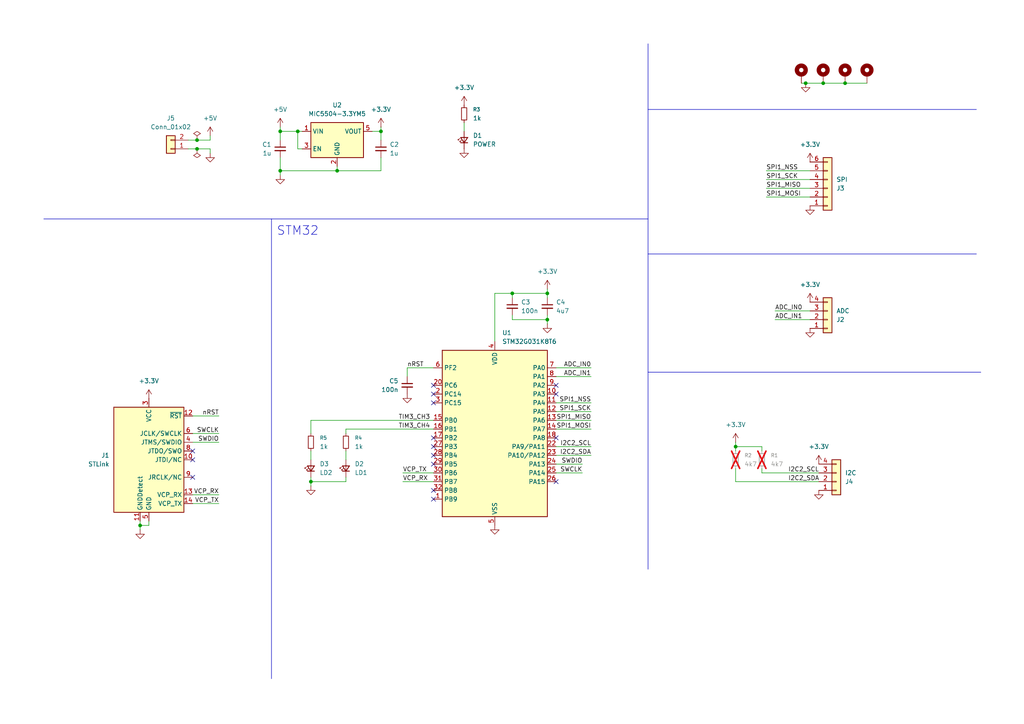
<source format=kicad_sch>
(kicad_sch (version 20250114) (generator "eeschema") (generator_version "9.0")
  (paper "A4")
  (title_block (title "3DN TD KiCAD") (date "2026-02-06") (rev "1.0") (company "ENSEA") (comment 1 "Laurent Fiack"))
  (lib_symbols
    (symbol "Connector:Conn_ST_STDC14"
      (property "Reference" "J" (at -8.89 16.51 0))
      (property "Value" "Conn_ST_STDC14" (at 17.78 16.51 0))
      (symbol "Conn_ST_STDC14_0_1"
        (rectangle (start -10.16 15.24) (end 10.16 -15.24) (stroke (width 0.254)) (fill (type background)))
      )
      (symbol "Conn_ST_STDC14_1_1"
        (pin no_connect line (at -10.16 5.08 0) (length 2.54) (hide yes) (name "NC") (number "1"))
        (pin no_connect line (at -10.16 2.54 0) (length 2.54) (hide yes) (name "NC") (number "2"))
        (pin passive line (at -2.54 -17.78 90) (length 2.54) (name "GNDDetect") (number "11"))
        (pin power_in line (at 0 17.78 270) (length 2.54) (name "VCC") (number "3"))
        (pin power_in line (at 0 -17.78 90) (length 2.54) (name "GND") (number "5"))
        (pin passive line (at 0 -17.78 90) (length 2.54) (hide yes) (name "GND") (number "7"))
        (pin open_collector line (at 12.7 12.7 180) (length 2.54) (name "~{RST}") (number "12"))
        (pin output line (at 12.7 7.62 180) (length 2.54) (name "JCLK/SWCLK") (number "6"))
        (pin bidirectional line (at 12.7 5.08 180) (length 2.54) (name "JTMS/SWDIO") (number "4"))
        (pin input line (at 12.7 2.54 180) (length 2.54) (name "JTDO/SWO") (number "8"))
        (pin output line (at 12.7 0 180) (length 2.54) (name "JTDI/NC") (number "10"))
        (pin input line (at 12.7 -5.08 180) (length 2.54) (name "JRCLK/NC") (number "9"))
        (pin output line (at 12.7 -10.16 180) (length 2.54) (name "VCP_RX") (number "13"))
        (pin input line (at 12.7 -12.7 180) (length 2.54) (name "VCP_TX") (number "14"))
      )
    )
    (symbol "Connector_Generic:Conn_01x02" (pin_names (offset 1.016) (hide yes))
      (property "Reference" "J" (at 0 2.54 0))
      (property "Value" "Conn_01x02" (at 0 -5.08 0))
      (symbol "Conn_01x02_1_1"
        (rectangle (start -1.27 1.27) (end 1.27 -3.81) (stroke (width 0.254)) (fill (type background)))
        (rectangle (start -1.27 0.127) (end 0 -0.127) (stroke (width 0.1524)))
        (rectangle (start -1.27 -2.413) (end 0 -2.667) (stroke (width 0.1524)))
        (pin passive line (at -5.08 0 0) (length 3.81) (name "Pin_1") (number "1"))
        (pin passive line (at -5.08 -2.54 0) (length 3.81) (name "Pin_2") (number "2"))
      )
    )
    (symbol "Connector_Generic:Conn_01x04" (pin_names (offset 1.016) (hide yes))
      (property "Reference" "J" (at 0 5.08 0))
      (property "Value" "Conn_01x04" (at 0 -7.62 0))
      (symbol "Conn_01x04_1_1"
        (rectangle (start -1.27 3.81) (end 1.27 -6.35) (stroke (width 0.254)) (fill (type background)))
        (rectangle (start -1.27 2.667) (end 0 2.413) (stroke (width 0.1524)))
        (rectangle (start -1.27 0.127) (end 0 -0.127) (stroke (width 0.1524)))
        (rectangle (start -1.27 -2.413) (end 0 -2.667) (stroke (width 0.1524)))
        (rectangle (start -1.27 -4.953) (end 0 -5.207) (stroke (width 0.1524)))
        (pin passive line (at -5.08 2.54 0) (length 3.81) (name "Pin_1") (number "1"))
        (pin passive line (at -5.08 0 0) (length 3.81) (name "Pin_2") (number "2"))
        (pin passive line (at -5.08 -2.54 0) (length 3.81) (name "Pin_3") (number "3"))
        (pin passive line (at -5.08 -5.08 0) (length 3.81) (name "Pin_4") (number "4"))
      )
    )
    (symbol "Connector_Generic:Conn_01x06" (pin_names (offset 1.016) (hide yes))
      (property "Reference" "J" (at 0 7.62 0))
      (property "Value" "Conn_01x06" (at 0 -10.16 0))
      (symbol "Conn_01x06_1_1"
        (rectangle (start -1.27 6.35) (end 1.27 -8.89) (stroke (width 0.254)) (fill (type background)))
        (rectangle (start -1.27 5.207) (end 0 4.953) (stroke (width 0.1524)))
        (rectangle (start -1.27 2.667) (end 0 2.413) (stroke (width 0.1524)))
        (rectangle (start -1.27 0.127) (end 0 -0.127) (stroke (width 0.1524)))
        (rectangle (start -1.27 -2.413) (end 0 -2.667) (stroke (width 0.1524)))
        (rectangle (start -1.27 -4.953) (end 0 -5.207) (stroke (width 0.1524)))
        (rectangle (start -1.27 -7.493) (end 0 -7.747) (stroke (width 0.1524)))
        (pin passive line (at -5.08 5.08 0) (length 3.81) (name "Pin_1") (number "1"))
        (pin passive line (at -5.08 2.54 0) (length 3.81) (name "Pin_2") (number "2"))
        (pin passive line (at -5.08 0 0) (length 3.81) (name "Pin_3") (number "3"))
        (pin passive line (at -5.08 -2.54 0) (length 3.81) (name "Pin_4") (number "4"))
        (pin passive line (at -5.08 -5.08 0) (length 3.81) (name "Pin_5") (number "5"))
        (pin passive line (at -5.08 -7.62 0) (length 3.81) (name "Pin_6") (number "6"))
      )
    )
    (symbol "Device:C_Small" (pin_numbers (hide yes)) (pin_names (offset 0.254) (hide yes))
      (property "Reference" "C" (at 0.254 1.778 0))
      (property "Value" "C_Small" (at 0.254 -2.032 0))
      (symbol "C_Small_0_1"
        (polyline (pts (xy -1.524 0.508) (xy 1.524 0.508)) (stroke (width 0.3048)))
        (polyline (pts (xy -1.524 -0.508) (xy 1.524 -0.508)) (stroke (width 0.3302)))
      )
      (symbol "C_Small_1_1"
        (pin passive line (at 0 2.54 270) (length 2.032) (name "~") (number "1"))
        (pin passive line (at 0 -2.54 90) (length 2.032) (name "~") (number "2"))
      )
    )
    (symbol "Device:LED_Small" (pin_numbers (hide yes)) (pin_names (offset 0.254) (hide yes))
      (property "Reference" "D" (at -1.27 3.175 0))
      (property "Value" "LED_Small" (at -4.445 -2.54 0))
      (symbol "LED_Small_0_1"
        (polyline (pts (xy -0.762 -1.016) (xy -0.762 1.016)) (stroke (width 0.254)))
        (polyline (pts (xy 0 0.762) (xy -0.508 1.27) (xy -0.254 1.27) (xy -0.508 1.27) (xy -0.508 1.016)))
        (polyline (pts (xy 0.508 1.27) (xy 0 1.778) (xy 0.254 1.778) (xy 0 1.778) (xy 0 1.524)))
        (polyline (pts (xy 0.762 -1.016) (xy -0.762 0) (xy 0.762 1.016) (xy 0.762 -1.016)) (stroke (width 0.254)))
        (polyline (pts (xy 1.016 0) (xy -0.762 0)))
      )
      (symbol "LED_Small_1_1"
        (pin passive line (at -2.54 0 0) (length 1.778) (name "K") (number "1"))
        (pin passive line (at 2.54 0 180) (length 1.778) (name "A") (number "2"))
      )
    )
    (symbol "Device:R_Small" (pin_numbers (hide yes)) (pin_names (offset 0.254) (hide yes))
      (property "Reference" "R" (at 0 0 90))
      (property "Value" "R_Small" (at 1.778 0 90))
      (symbol "R_Small_0_1"
        (rectangle (start -0.762 1.778) (end 0.762 -1.778) (stroke (width 0.2032)))
      )
      (symbol "R_Small_1_1"
        (pin passive line (at 0 2.54 270) (length 0.762) (name "~") (number "1"))
        (pin passive line (at 0 -2.54 90) (length 0.762) (name "~") (number "2"))
      )
    )
    (symbol "MCU_ST_STM32G0:STM32G031K8Tx"
      (property "Reference" "U" (at -15.24 26.67 0))
      (property "Value" "STM32G031K8Tx" (at 2.54 26.67 0))
      (symbol "STM32G031K8Tx_0_1"
        (rectangle (start -15.24 -22.86) (end 15.24 25.4) (stroke (width 0.254)) (fill (type background)))
      )
      (symbol "STM32G031K8Tx_1_1"
        (pin bidirectional line (at -17.78 20.32 0) (length 2.54) (name "PF2") (number "6"))
        (pin bidirectional line (at -17.78 15.24 0) (length 2.54) (name "PC6") (number "20"))
        (pin bidirectional line (at -17.78 12.7 0) (length 2.54) (name "PC14") (number "2"))
        (pin bidirectional line (at -17.78 10.16 0) (length 2.54) (name "PC15") (number "3"))
        (pin bidirectional line (at -17.78 5.08 0) (length 2.54) (name "PB0") (number "15"))
        (pin bidirectional line (at -17.78 2.54 0) (length 2.54) (name "PB1") (number "16"))
        (pin bidirectional line (at -17.78 0 0) (length 2.54) (name "PB2") (number "17"))
        (pin bidirectional line (at -17.78 -2.54 0) (length 2.54) (name "PB3") (number "27"))
        (pin bidirectional line (at -17.78 -5.08 0) (length 2.54) (name "PB4") (number "28"))
        (pin bidirectional line (at -17.78 -7.62 0) (length 2.54) (name "PB5") (number "29"))
        (pin bidirectional line (at -17.78 -10.16 0) (length 2.54) (name "PB6") (number "30"))
        (pin bidirectional line (at -17.78 -12.7 0) (length 2.54) (name "PB7") (number "31"))
        (pin bidirectional line (at -17.78 -15.24 0) (length 2.54) (name "PB8") (number "32"))
        (pin bidirectional line (at -17.78 -17.78 0) (length 2.54) (name "PB9") (number "1"))
        (pin no_connect line (at -15.24 -20.32 0) (length 2.54) (hide yes) (name "NC/PA10") (number "21"))
        (pin no_connect line (at -15.24 -22.86 0) (length 2.54) (hide yes) (name "NC/PA9") (number "19"))
        (pin power_in line (at 0 27.94 270) (length 2.54) (name "VDD") (number "4"))
        (pin power_in line (at 0 -25.4 90) (length 2.54) (name "VSS") (number "5"))
        (pin bidirectional line (at 17.78 20.32 180) (length 2.54) (name "PA0") (number "7"))
        (pin bidirectional line (at 17.78 17.78 180) (length 2.54) (name "PA1") (number "8"))
        (pin bidirectional line (at 17.78 15.24 180) (length 2.54) (name "PA2") (number "9"))
        (pin bidirectional line (at 17.78 12.7 180) (length 2.54) (name "PA3") (number "10"))
        (pin bidirectional line (at 17.78 10.16 180) (length 2.54) (name "PA4") (number "11"))
        (pin bidirectional line (at 17.78 7.62 180) (length 2.54) (name "PA5") (number "12"))
        (pin bidirectional line (at 17.78 5.08 180) (length 2.54) (name "PA6") (number "13"))
        (pin bidirectional line (at 17.78 2.54 180) (length 2.54) (name "PA7") (number "14"))
        (pin bidirectional line (at 17.78 0 180) (length 2.54) (name "PA8") (number "18"))
        (pin bidirectional line (at 17.78 -2.54 180) (length 2.54) (name "PA9/PA11") (number "22"))
        (pin bidirectional line (at 17.78 -5.08 180) (length 2.54) (name "PA10/PA12") (number "23"))
        (pin bidirectional line (at 17.78 -7.62 180) (length 2.54) (name "PA13") (number "24"))
        (pin bidirectional line (at 17.78 -10.16 180) (length 2.54) (name "PA14") (number "25"))
        (pin bidirectional line (at 17.78 -12.7 180) (length 2.54) (name "PA15") (number "26"))
      )
    )
    (symbol "Mechanical:MountingHole_Pad" (pin_numbers (hide yes)) (pin_names (offset 1.016) (hide yes)) (in_bom no)
      (property "Reference" "H" (at 0 6.35 0))
      (property "Value" "MountingHole_Pad" (at 0 4.445 0))
      (symbol "MountingHole_Pad_0_1"
        (circle (center 0 1.27) (radius 1.27) (stroke (width 1.27)))
      )
      (symbol "MountingHole_Pad_1_1"
        (pin input line (at 0 -2.54 90) (length 2.54) (name "1") (number "1"))
      )
    )
    (symbol "Regulator_Linear:MIC5504-3.3YM5"
      (property "Reference" "U" (at -7.62 8.89 0))
      (property "Value" "MIC5504-3.3YM5" (at -7.62 6.35 0))
      (symbol "MIC5504-3.3YM5_0_1"
        (rectangle (start -7.62 -5.08) (end 7.62 5.08) (stroke (width 0.254)) (fill (type background)))
      )
      (symbol "MIC5504-3.3YM5_1_1"
        (pin power_in line (at -10.16 2.54 0) (length 2.54) (name "VIN") (number "1"))
        (pin input line (at -10.16 -2.54 0) (length 2.54) (name "EN") (number "3"))
        (pin power_in line (at 0 -7.62 90) (length 2.54) (name "GND") (number "2"))
        (pin no_connect line (at 7.62 -2.54 180) (length 2.54) (hide yes) (name "NC") (number "4"))
        (pin power_out line (at 10.16 2.54 180) (length 2.54) (name "VOUT") (number "5"))
      )
    )
    (symbol "power:+3.3V" (power) (pin_numbers (hide yes)) (pin_names (offset 0) (hide yes))
      (property "Value" "+3.3V" (at 0 3.556 0))
      (symbol "+3.3V_0_1"
        (polyline (pts (xy -0.762 1.27) (xy 0 2.54)))
        (polyline (pts (xy 0 2.54) (xy 0.762 1.27)))
        (polyline (pts (xy 0 0) (xy 0 2.54)))
      )
      (symbol "+3.3V_1_1"
        (pin power_in line (at 0 0 90) (length 0) (name "~") (number "1"))
      )
    )
    (symbol "power:+5V" (power) (pin_numbers (hide yes)) (pin_names (offset 0) (hide yes))
      (property "Value" "+5V" (at 0 3.556 0))
      (symbol "+5V_0_1"
        (polyline (pts (xy -0.762 1.27) (xy 0 2.54)))
        (polyline (pts (xy 0 2.54) (xy 0.762 1.27)))
        (polyline (pts (xy 0 0) (xy 0 2.54)))
      )
      (symbol "+5V_1_1"
        (pin power_in line (at 0 0 90) (length 0) (name "~") (number "1"))
      )
    )
    (symbol "power:GND" (power) (pin_numbers (hide yes)) (pin_names (offset 0) (hide yes))
      (property "Value" "GND" (at 0 -3.81 0))
      (symbol "GND_0_1"
        (polyline (pts (xy 0 0) (xy 0 -1.27) (xy 1.27 -1.27) (xy 0 -2.54) (xy -1.27 -1.27) (xy 0 -1.27)))
      )
      (symbol "GND_1_1"
        (pin power_in line (at 0 0 270) (length 0) (name "~") (number "1"))
      )
    )
    (symbol "power:PWR_FLAG" (power) (pin_numbers (hide yes)) (pin_names (offset 0) (hide yes))
      (property "Value" "PWR_FLAG" (at 0 3.81 0))
      (symbol "PWR_FLAG_0_0"
        (pin power_out line (at 0 0 90) (length 0) (name "~") (number "1"))
      )
      (symbol "PWR_FLAG_0_1"
        (polyline (pts (xy 0 0) (xy 0 1.27) (xy -1.016 1.905) (xy 0 2.54) (xy 1.016 1.905) (xy 0 1.27)))
      )
    )
  )
  (text "STM32" (at 86.36 67.056 0) (effects (font (size 2.54 2.54))))
  (junction (at 213.36 129.54))
  (junction (at 86.36 38.1))
  (junction (at 110.49 38.1))
  (junction (at 158.75 85.09))
  (junction (at 245.11 24.13))
  (junction (at 57.15 40.64))
  (junction (at 40.64 152.4))
  (junction (at 57.15 43.18))
  (junction (at 148.59 85.09))
  (junction (at 90.17 139.7))
  (junction (at 158.75 92.71))
  (junction (at 233.68 24.13))
  (junction (at 81.28 49.53))
  (junction (at 81.28 38.1))
  (junction (at 238.76 24.13))
  (junction (at 97.79 49.53))
  (no_connect (at 125.73 114.3))
  (no_connect (at 55.88 138.43))
  (no_connect (at 125.73 144.78))
  (no_connect (at 125.73 111.76))
  (no_connect (at 125.73 127))
  (no_connect (at 125.73 142.24))
  (no_connect (at 125.73 132.08))
  (no_connect (at 125.73 129.54))
  (no_connect (at 161.29 139.7))
  (no_connect (at 161.29 111.76))
  (no_connect (at 161.29 114.3))
  (no_connect (at 161.29 127))
  (no_connect (at 55.88 130.81))
  (no_connect (at 125.73 116.84))
  (no_connect (at 125.73 134.62))
  (no_connect (at 55.88 133.35))
  (wire (pts (xy 100.33 130.81) (xy 100.33 133.35)))
  (wire (pts (xy 158.75 91.44) (xy 158.75 92.71)))
  (wire (pts (xy 116.84 137.16) (xy 125.73 137.16)))
  (wire (pts (xy 60.96 43.18) (xy 57.15 43.18)))
  (polyline (pts (xy 187.96 12.7) (xy 187.96 165.1)))
  (wire (pts (xy 224.79 92.71) (xy 234.95 92.71)))
  (wire (pts (xy 148.59 92.71) (xy 148.59 91.44)))
  (wire (pts (xy 110.49 38.1) (xy 110.49 40.64)))
  (wire (pts (xy 161.29 121.92) (xy 171.45 121.92)))
  (wire (pts (xy 224.79 90.17) (xy 234.95 90.17)))
  (wire (pts (xy 100.33 124.46) (xy 100.33 125.73)))
  (wire (pts (xy 110.49 36.83) (xy 110.49 38.1)))
  (wire (pts (xy 81.28 38.1) (xy 86.36 38.1)))
  (wire (pts (xy 57.15 43.18) (xy 54.61 43.18)))
  (wire (pts (xy 161.29 116.84) (xy 171.45 116.84)))
  (wire (pts (xy 158.75 92.71) (xy 148.59 92.71)))
  (wire (pts (xy 222.25 54.61) (xy 234.95 54.61)))
  (wire (pts (xy 60.96 44.45) (xy 60.96 43.18)))
  (wire (pts (xy 100.33 138.43) (xy 100.33 139.7)))
  (wire (pts (xy 233.68 24.13) (xy 238.76 24.13)))
  (polyline (pts (xy 187.96 73.66) (xy 283.21 73.66)))
  (wire (pts (xy 118.11 109.22) (xy 118.11 106.68)))
  (wire (pts (xy 107.95 38.1) (xy 110.49 38.1)))
  (wire (pts (xy 90.17 121.92) (xy 90.17 125.73)))
  (wire (pts (xy 90.17 139.7) (xy 100.33 139.7)))
  (wire (pts (xy 213.36 128.27) (xy 213.36 129.54)))
  (wire (pts (xy 220.98 137.16) (xy 220.98 135.89)))
  (wire (pts (xy 158.75 86.36) (xy 158.75 85.09)))
  (wire (pts (xy 60.96 40.64) (xy 57.15 40.64)))
  (wire (pts (xy 213.36 129.54) (xy 213.36 130.81)))
  (wire (pts (xy 161.29 106.68) (xy 171.45 106.68)))
  (wire (pts (xy 81.28 40.64) (xy 81.28 38.1)))
  (wire (pts (xy 87.63 43.18) (xy 86.36 43.18)))
  (wire (pts (xy 81.28 49.53) (xy 97.79 49.53)))
  (wire (pts (xy 86.36 43.18) (xy 86.36 38.1)))
  (wire (pts (xy 40.64 152.4) (xy 40.64 153.67)))
  (wire (pts (xy 40.64 151.13) (xy 40.64 152.4)))
  (wire (pts (xy 116.84 139.7) (xy 125.73 139.7)))
  (wire (pts (xy 57.15 40.64) (xy 54.61 40.64)))
  (wire (pts (xy 161.29 124.46) (xy 171.45 124.46)))
  (wire (pts (xy 63.5 125.73) (xy 55.88 125.73)))
  (wire (pts (xy 90.17 138.43) (xy 90.17 139.7)))
  (wire (pts (xy 81.28 49.53) (xy 81.28 50.8)))
  (wire (pts (xy 60.96 39.37) (xy 60.96 40.64)))
  (wire (pts (xy 90.17 139.7) (xy 90.17 140.97)))
  (wire (pts (xy 213.36 139.7) (xy 237.49 139.7)))
  (wire (pts (xy 232.41 24.13) (xy 233.68 24.13)))
  (wire (pts (xy 161.29 134.62) (xy 168.91 134.62)))
  (polyline (pts (xy 187.96 107.95) (xy 284.48 107.95)))
  (wire (pts (xy 86.36 38.1) (xy 87.63 38.1)))
  (wire (pts (xy 161.29 137.16) (xy 168.91 137.16)))
  (wire (pts (xy 158.75 92.71) (xy 158.75 93.98)))
  (wire (pts (xy 110.49 49.53) (xy 97.79 49.53)))
  (wire (pts (xy 148.59 85.09) (xy 143.51 85.09)))
  (polyline (pts (xy 12.7 63.5) (xy 187.96 63.5)))
  (wire (pts (xy 63.5 146.05) (xy 55.88 146.05)))
  (wire (pts (xy 213.36 129.54) (xy 220.98 129.54)))
  (wire (pts (xy 213.36 139.7) (xy 213.36 135.89)))
  (wire (pts (xy 158.75 83.82) (xy 158.75 85.09)))
  (wire (pts (xy 90.17 121.92) (xy 125.73 121.92)))
  (wire (pts (xy 161.29 129.54) (xy 171.45 129.54)))
  (wire (pts (xy 100.33 124.46) (xy 125.73 124.46)))
  (polyline (pts (xy 187.96 31.75) (xy 283.21 31.75)))
  (wire (pts (xy 63.5 143.51) (xy 55.88 143.51)))
  (wire (pts (xy 118.11 106.68) (xy 125.73 106.68)))
  (wire (pts (xy 220.98 137.16) (xy 237.49 137.16)))
  (wire (pts (xy 161.29 119.38) (xy 171.45 119.38)))
  (wire (pts (xy 161.29 132.08) (xy 171.45 132.08)))
  (wire (pts (xy 110.49 45.72) (xy 110.49 49.53)))
  (wire (pts (xy 238.76 24.13) (xy 245.11 24.13)))
  (wire (pts (xy 90.17 130.81) (xy 90.17 133.35)))
  (wire (pts (xy 161.29 109.22) (xy 171.45 109.22)))
  (wire (pts (xy 222.25 57.15) (xy 234.95 57.15)))
  (wire (pts (xy 143.51 85.09) (xy 143.51 99.06)))
  (wire (pts (xy 222.25 49.53) (xy 234.95 49.53)))
  (wire (pts (xy 220.98 129.54) (xy 220.98 130.81)))
  (wire (pts (xy 63.5 128.27) (xy 55.88 128.27)))
  (wire (pts (xy 81.28 36.83) (xy 81.28 38.1)))
  (wire (pts (xy 134.62 35.56) (xy 134.62 38.1)))
  (wire (pts (xy 245.11 24.13) (xy 251.46 24.13)))
  (wire (pts (xy 97.79 49.53) (xy 97.79 48.26)))
  (wire (pts (xy 222.25 52.07) (xy 234.95 52.07)))
  (wire (pts (xy 81.28 45.72) (xy 81.28 49.53)))
  (wire (pts (xy 63.5 120.65) (xy 55.88 120.65)))
  (wire (pts (xy 43.18 151.13) (xy 43.18 152.4)))
  (polyline (pts (xy 78.74 63.5) (xy 78.74 196.85)))
  (wire (pts (xy 43.18 152.4) (xy 40.64 152.4)))
  (wire (pts (xy 148.59 85.09) (xy 148.59 86.36)))
  (wire (pts (xy 158.75 85.09) (xy 148.59 85.09)))
  (label "SWCLK" (at 168.91 137.16 180))
  (label "I2C2_SCL" (at 171.45 129.54 180))
  (label "SPI1_SCK" (at 222.25 52.07 0))
  (label "VCP_RX" (at 63.5 143.51 180))
  (label "nRST" (at 63.5 120.65 180))
  (label "SWCLK" (at 63.5 125.73 180))
  (label "SPI1_MOSI" (at 222.25 57.15 0))
  (label "I2C2_SDA" (at 228.6 139.7 0))
  (label "SWDIO" (at 168.91 134.62 180))
  (label "ADC_IN0" (at 224.79 90.17 0))
  (label "SPI1_NSS" (at 171.45 116.84 180))
  (label "TIM3_CH3" (at 115.57 121.92 0))
  (label "SPI1_MISO" (at 171.45 121.92 180))
  (label "ADC_IN0" (at 171.45 106.68 180))
  (label "TIM3_CH4" (at 115.57 124.46 0))
  (label "I2C2_SCL" (at 228.6 137.16 0))
  (label "SPI1_SCK" (at 171.45 119.38 180))
  (label "ADC_IN1" (at 171.45 109.22 180))
  (label "nRST" (at 118.11 106.68 0))
  (label "SWDIO" (at 63.5 128.27 180))
  (label "VCP_TX" (at 116.84 137.16 0))
  (label "ADC_IN1" (at 224.79 92.71 0))
  (label "VCP_RX" (at 116.84 139.7 0))
  (label "SPI1_MISO" (at 222.25 54.61 0))
  (label "SPI1_NSS" (at 222.25 49.53 0))
  (label "SPI1_MOSI" (at 171.45 124.46 180))
  (label "VCP_TX" (at 63.5 146.05 180))
  (label "I2C2_SDA" (at 171.45 132.08 180))
  (symbol (lib_id "power:+3.3V") (at 43.18 115.57 0) (unit 1)
    (property "Reference" "#PWR08" (effects (hide yes)))
    (property "Value" "+3.3V" (at 43.18 110.49 0))
    (property "Description" "Power symbol creates a global label with name \"+3.3V\"" (effects (hide yes)))
  )
  (symbol (lib_id "power:GND") (at 237.49 142.24 0) (unit 1)
    (property "Reference" "#PWR011" (effects (hide yes)))
    (property "Value" "GND" (effects (hide yes)))
    (property "Description" "Power symbol creates a global label with name \"GND\" , ground" (effects (hide yes)))
  )
  (symbol (lib_id "power:GND") (at 134.62 43.18 0) (unit 1)
    (property "Reference" "#PWR017" (effects (hide yes)))
    (property "Value" "GND" (effects (hide yes)))
    (property "Description" "Power symbol creates a global label with name \"GND\" , ground" (effects (hide yes)))
  )
  (symbol (lib_id "Mechanical:MountingHole_Pad") (at 238.76 21.59 0) (unit 1) (in_bom no)
    (property "Reference" "H3" (effects (hide yes)))
    (property "Value" "MountingHole_Pad" (effects (hide yes)))
    (property "Footprint" "MountingHole:MountingHole_3.2mm_M3_Pad_Via" (effects (hide yes)))
    (property "Description" "Mounting Hole with connection" (effects (hide yes)))
  )
  (symbol (lib_id "Connector_Generic:Conn_01x02") (at 49.53 43.18 180) (unit 1)
    (property "Reference" "J5" (at 49.53 34.29 0))
    (property "Value" "Conn_01x02" (at 49.53 36.83 0))
    (property "Footprint" "Connector_JST:JST_XH_B2B-XH-A_1x02_P2.50mm_Vertical" (effects (hide yes)))
    (property "Description" "Generic connector, single row, 01x02, script generated (kicad-library-utils/schlib/autogen/connector/)" (effects (hide yes)))
  )
  (symbol (lib_id "Mechanical:MountingHole_Pad") (at 232.41 21.59 0) (unit 1) (in_bom no)
    (property "Reference" "H4" (effects (hide yes)))
    (property "Value" "MountingHole_Pad" (effects (hide yes)))
    (property "Footprint" "MountingHole:MountingHole_3.2mm_M3_Pad_Via" (effects (hide yes)))
    (property "Description" "Mounting Hole with connection" (effects (hide yes)))
  )
  (symbol (lib_id "Device:R_Small") (at 213.36 133.35 0) (unit 1) (dnp yes)
    (property "Reference" "R2" (at 215.9 132.0799 0) (effects (font (size 1.016 1.016)) (justify left)))
    (property "Value" "4k7" (at 215.9 134.6199 0) (effects (justify left)))
    (property "Footprint" "Resistor_SMD:R_0603_1608Metric_Pad0.98x0.95mm_HandSolder" (effects (hide yes)))
    (property "Description" "Resistor, small symbol" (effects (hide yes)))
  )
  (symbol (lib_id "Device:C_Small") (at 118.11 111.76 0) (unit 1)
    (property "Reference" "C5" (at 115.57 110.4962 0) (effects (justify right)))
    (property "Value" "100n" (at 115.57 113.0362 0) (effects (justify right)))
    (property "Footprint" "Capacitor_SMD:C_0603_1608Metric_Pad1.08x0.95mm_HandSolder" (effects (hide yes)))
    (property "Description" "Unpolarized capacitor, small symbol" (effects (hide yes)))
  )
  (symbol (lib_id "Connector:Conn_ST_STDC14") (at 43.18 133.35 0) (unit 1)
    (property "Reference" "J1" (at 31.75 132.0799 0) (effects (justify right)))
    (property "Value" "STLink" (at 31.75 134.6199 0) (effects (justify right)))
    (property "Footprint" "Connector_PinHeader_1.27mm:PinHeader_2x07_P1.27mm_Vertical_SMD" (effects (hide yes)))
    (property "Datasheet" "https://www.st.com/content/ccc/resource/technical/document/user_manual/group1/99/49/91/b6/b2/3a/46/e5/DM00526767/files/DM00526767.pdf/jcr:content/translations/en.DM00526767.pdf" (effects (hide yes)))
    (property "Description" "ST Debug Connector, standard ARM Cortex-M SWD and JTAG interface plus UART" (effects (hide yes)))
  )
  (symbol (lib_id "Device:R_Small") (at 134.62 33.02 0) (unit 1)
    (property "Reference" "R3" (at 137.16 31.7499 0) (effects (font (size 1.016 1.016)) (justify left)))
    (property "Value" "1k" (at 137.16 34.2899 0) (effects (justify left)))
    (property "Footprint" "Resistor_SMD:R_0603_1608Metric_Pad0.98x0.95mm_HandSolder" (effects (hide yes)))
    (property "Description" "Resistor, small symbol" (effects (hide yes)))
  )
  (symbol (lib_id "Connector_Generic:Conn_01x04") (at 240.03 92.71 0) (mirror x) (unit 1)
    (property "Reference" "J2" (at 242.57 92.7101 0) (effects (justify left)))
    (property "Value" "ADC" (at 242.57 90.1701 0) (effects (justify left)))
    (property "Footprint" "Connector_JST:JST_XH_B4B-XH-A_1x04_P2.50mm_Vertical" (effects (hide yes)))
    (property "Description" "Generic connector, single row, 01x04, script generated (kicad-library-utils/schlib/autogen/connector/)" (effects (hide yes)))
  )
  (symbol (lib_id "power:+3.3V") (at 213.36 128.27 0) (unit 1)
    (property "Reference" "#PWR015" (effects (hide yes)))
    (property "Value" "+3.3V" (at 213.36 123.19 0))
    (property "Description" "Power symbol creates a global label with name \"+3.3V\"" (effects (hide yes)))
  )
  (symbol (lib_id "Device:LED_Small") (at 90.17 135.89 90) (unit 1)
    (property "Reference" "D3" (at 92.71 134.5564 90) (effects (justify right)))
    (property "Value" "LD2" (at 92.71 137.0964 90) (effects (justify right)))
    (property "Footprint" "LED_SMD:LED_0603_1608Metric_Pad1.05x0.95mm_HandSolder" (effects (hide yes)))
    (property "Description" "Light emitting diode, small symbol" (effects (hide yes)))
    (property "Sim.Pins" "1=K 2=A" (effects (hide yes)))
  )
  (symbol (lib_id "Mechanical:MountingHole_Pad") (at 245.11 21.59 0) (unit 1) (in_bom no)
    (property "Reference" "H2" (effects (hide yes)))
    (property "Value" "MountingHole_Pad" (effects (hide yes)))
    (property "Footprint" "MountingHole:MountingHole_3.2mm_M3_Pad_Via" (effects (hide yes)))
    (property "Description" "Mounting Hole with connection" (effects (hide yes)))
  )
  (symbol (lib_id "power:+3.3V") (at 234.95 46.99 0) (unit 1)
    (property "Reference" "#PWR012" (effects (hide yes)))
    (property "Value" "+3.3V" (at 234.95 41.91 0))
    (property "Description" "Power symbol creates a global label with name \"+3.3V\"" (effects (hide yes)))
  )
  (symbol (lib_id "power:+3.3V") (at 234.95 87.63 0) (unit 1)
    (property "Reference" "#PWR013" (effects (hide yes)))
    (property "Value" "+3.3V" (at 234.95 82.55 0))
    (property "Description" "Power symbol creates a global label with name \"+3.3V\"" (effects (hide yes)))
  )
  (symbol (lib_id "Device:C_Small") (at 81.28 43.18 0) (unit 1)
    (property "Reference" "C1" (at 78.74 41.9162 0) (effects (justify right)))
    (property "Value" "1u" (at 78.74 44.4562 0) (effects (justify right)))
    (property "Footprint" "Capacitor_SMD:C_0603_1608Metric_Pad1.08x0.95mm_HandSolder" (effects (hide yes)))
    (property "Description" "Unpolarized capacitor, small symbol" (effects (hide yes)))
  )
  (symbol (lib_id "power:PWR_FLAG") (at 57.15 40.64 0) (unit 1)
    (property "Reference" "#FLG01" (effects (hide yes)))
    (property "Value" "PWR_FLAG" (effects (hide yes)))
    (property "Description" "Special symbol for telling ERC where power comes from" (effects (hide yes)))
  )
  (symbol (lib_id "Mechanical:MountingHole_Pad") (at 251.46 21.59 0) (unit 1) (in_bom no)
    (property "Reference" "H1" (effects (hide yes)))
    (property "Value" "MountingHole_Pad" (effects (hide yes)))
    (property "Footprint" "MountingHole:MountingHole_3.2mm_M3_Pad_Via" (effects (hide yes)))
    (property "Description" "Mounting Hole with connection" (effects (hide yes)))
  )
  (symbol (lib_id "power:GND") (at 234.95 59.69 0) (unit 1)
    (property "Reference" "#PWR09" (effects (hide yes)))
    (property "Value" "GND" (effects (hide yes)))
    (property "Description" "Power symbol creates a global label with name \"GND\" , ground" (effects (hide yes)))
  )
  (symbol (lib_id "Regulator_Linear:MIC5504-3.3YM5") (at 97.79 40.64 0) (unit 1)
    (property "Reference" "U2" (at 97.79 30.48 0))
    (property "Value" "MIC5504-3.3YM5" (at 97.79 33.02 0))
    (property "Footprint" "Package_TO_SOT_SMD:SOT-23-5_HandSoldering" (effects (hide yes)))
    (property "Datasheet" "http://ww1.microchip.com/downloads/en/DeviceDoc/MIC550X.pdf" (effects (hide yes)))
    (property "Description" "300mA Low-dropout Voltage Regulator, Vout 3.3V, Vin up to 5.5V, SOT-23" (effects (hide yes)))
  )
  (symbol (lib_id "Connector_Generic:Conn_01x06") (at 240.03 54.61 0) (mirror x) (unit 1)
    (property "Reference" "J3" (at 242.57 54.6101 0) (effects (justify left)))
    (property "Value" "SPI" (at 242.57 52.0701 0) (effects (justify left)))
    (property "Footprint" "Connector_JST:JST_XH_B6B-XH-A_1x06_P2.50mm_Vertical" (effects (hide yes)))
    (property "Description" "Generic connector, single row, 01x06, script generated (kicad-library-utils/schlib/autogen/connector/)" (effects (hide yes)))
  )
  (symbol (lib_id "power:GND") (at 118.11 114.3 0) (unit 1)
    (property "Reference" "#PWR06" (effects (hide yes)))
    (property "Value" "GND" (effects (hide yes)))
    (property "Description" "Power symbol creates a global label with name \"GND\" , ground" (effects (hide yes)))
  )
  (symbol (lib_id "MCU_ST_STM32G0:STM32G031K8Tx") (at 143.51 127 0) (unit 1)
    (property "Reference" "U1" (at 145.6533 96.52 0) (effects (justify left)))
    (property "Value" "STM32G031K8T6" (at 145.6533 99.06 0) (effects (justify left)))
    (property "Footprint" "Package_QFP:LQFP-32_7x7mm_P0.8mm" (effects (hide yes)))
    (property "Datasheet" "https://www.st.com/resource/en/datasheet/stm32g031k8.pdf" (effects (hide yes)))
    (property "Description" "STMicroelectronics Arm Cortex-M0+ MCU, 64KB flash, 8KB RAM, 64 MHz, 1.7-3.6V, 30 GPIO, LQFP32" (effects (hide yes)))
  )
  (symbol (lib_id "power:+5V") (at 60.96 39.37 0) (unit 1)
    (property "Reference" "#PWR022" (effects (hide yes)))
    (property "Value" "+5V" (at 60.96 34.29 0))
    (property "Description" "Power symbol creates a global label with name \"+5V\"" (effects (hide yes)))
  )
  (symbol (lib_id "Device:LED_Small") (at 100.33 135.89 90) (unit 1)
    (property "Reference" "D2" (at 102.87 134.5564 90) (effects (justify right)))
    (property "Value" "LD1" (at 102.87 137.0964 90) (effects (justify right)))
    (property "Footprint" "LED_SMD:LED_0603_1608Metric_Pad1.05x0.95mm_HandSolder" (effects (hide yes)))
    (property "Description" "Light emitting diode, small symbol" (effects (hide yes)))
    (property "Sim.Pins" "1=K 2=A" (effects (hide yes)))
  )
  (symbol (lib_id "power:GND") (at 233.68 24.13 0) (unit 1)
    (property "Reference" "#PWR020" (effects (hide yes)))
    (property "Value" "GND" (effects (hide yes)))
    (property "Description" "Power symbol creates a global label with name \"GND\" , ground" (effects (hide yes)))
  )
  (symbol (lib_id "power:+3.3V") (at 134.62 30.48 0) (unit 1)
    (property "Reference" "#PWR016" (effects (hide yes)))
    (property "Value" "+3.3V" (at 134.62 25.4 0))
    (property "Description" "Power symbol creates a global label with name \"+3.3V\"" (effects (hide yes)))
  )
  (symbol (lib_id "Connector_Generic:Conn_01x04") (at 242.57 139.7 0) (mirror x) (unit 1)
    (property "Reference" "J4" (at 245.11 139.7001 0) (effects (justify left)))
    (property "Value" "I2C" (at 245.11 137.1601 0) (effects (justify left)))
    (property "Footprint" "Connector_JST:JST_XH_B4B-XH-A_1x04_P2.50mm_Vertical" (effects (hide yes)))
    (property "Description" "Generic connector, single row, 01x04, script generated (kicad-library-utils/schlib/autogen/connector/)" (effects (hide yes)))
  )
  (symbol (lib_id "power:GND") (at 234.95 95.25 0) (unit 1)
    (property "Reference" "#PWR010" (effects (hide yes)))
    (property "Value" "GND" (effects (hide yes)))
    (property "Description" "Power symbol creates a global label with name \"GND\" , ground" (effects (hide yes)))
  )
  (symbol (lib_id "power:+3.3V") (at 110.49 36.83 0) (unit 1)
    (property "Reference" "#PWR03" (effects (hide yes)))
    (property "Value" "+3.3V" (at 110.49 31.75 0))
    (property "Description" "Power symbol creates a global label with name \"+3.3V\"" (effects (hide yes)))
  )
  (symbol (lib_id "power:GND") (at 90.17 140.97 0) (unit 1)
    (property "Reference" "#PWR018" (effects (hide yes)))
    (property "Value" "GND" (effects (hide yes)))
    (property "Description" "Power symbol creates a global label with name \"GND\" , ground" (effects (hide yes)))
  )
  (symbol (lib_id "Device:R_Small") (at 100.33 128.27 0) (unit 1)
    (property "Reference" "R4" (at 102.87 126.9999 0) (effects (font (size 1.016 1.016)) (justify left)))
    (property "Value" "1k" (at 102.87 129.5399 0) (effects (justify left)))
    (property "Footprint" "Resistor_SMD:R_0603_1608Metric_Pad0.98x0.95mm_HandSolder" (effects (hide yes)))
    (property "Description" "Resistor, small symbol" (effects (hide yes)))
  )
  (symbol (lib_id "power:GND") (at 40.64 153.67 0) (unit 1)
    (property "Reference" "#PWR07" (effects (hide yes)))
    (property "Value" "GND" (effects (hide yes)))
    (property "Description" "Power symbol creates a global label with name \"GND\" , ground" (effects (hide yes)))
  )
  (symbol (lib_id "power:+5V") (at 81.28 36.83 0) (unit 1)
    (property "Reference" "#PWR02" (effects (hide yes)))
    (property "Value" "+5V" (at 81.28 31.75 0))
    (property "Description" "Power symbol creates a global label with name \"+5V\"" (effects (hide yes)))
  )
  (symbol (lib_id "power:+3.3V") (at 158.75 83.82 0) (unit 1)
    (property "Reference" "#PWR05" (effects (hide yes)))
    (property "Value" "+3.3V" (at 158.75 78.74 0))
    (property "Description" "Power symbol creates a global label with name \"+3.3V\"" (effects (hide yes)))
  )
  (symbol (lib_id "power:+3.3V") (at 237.49 134.62 0) (unit 1)
    (property "Reference" "#PWR014" (effects (hide yes)))
    (property "Value" "+3.3V" (at 237.49 129.54 0))
    (property "Description" "Power symbol creates a global label with name \"+3.3V\"" (effects (hide yes)))
  )
  (symbol (lib_id "Device:R_Small") (at 90.17 128.27 0) (unit 1)
    (property "Reference" "R5" (at 92.71 126.9999 0) (effects (font (size 1.016 1.016)) (justify left)))
    (property "Value" "1k" (at 92.71 129.5399 0) (effects (justify left)))
    (property "Footprint" "Resistor_SMD:R_0603_1608Metric_Pad0.98x0.95mm_HandSolder" (effects (hide yes)))
    (property "Description" "Resistor, small symbol" (effects (hide yes)))
  )
  (symbol (lib_id "Device:C_Small") (at 110.49 43.18 0) (mirror y) (unit 1)
    (property "Reference" "C2" (at 113.03 41.9162 0) (effects (justify right)))
    (property "Value" "1u" (at 113.03 44.4562 0) (effects (justify right)))
    (property "Footprint" "Capacitor_SMD:C_0603_1608Metric_Pad1.08x0.95mm_HandSolder" (effects (hide yes)))
    (property "Description" "Unpolarized capacitor, small symbol" (effects (hide yes)))
  )
  (symbol (lib_id "Device:R_Small") (at 220.98 133.35 0) (unit 1) (dnp yes)
    (property "Reference" "R1" (at 223.52 132.0799 0) (effects (font (size 1.016 1.016)) (justify left)))
    (property "Value" "4k7" (at 223.52 134.6199 0) (effects (justify left)))
    (property "Footprint" "Resistor_SMD:R_0603_1608Metric_Pad0.98x0.95mm_HandSolder" (effects (hide yes)))
    (property "Description" "Resistor, small symbol" (effects (hide yes)))
  )
  (symbol (lib_id "power:GND") (at 81.28 50.8 0) (unit 1)
    (property "Reference" "#PWR01" (effects (hide yes)))
    (property "Value" "GND" (effects (hide yes)))
    (property "Description" "Power symbol creates a global label with name \"GND\" , ground" (effects (hide yes)))
  )
  (symbol (lib_id "power:GND") (at 60.96 44.45 0) (unit 1)
    (property "Reference" "#PWR021" (effects (hide yes)))
    (property "Value" "GND" (effects (hide yes)))
    (property "Description" "Power symbol creates a global label with name \"GND\" , ground" (effects (hide yes)))
  )
  (symbol (lib_id "Device:LED_Small") (at 134.62 40.64 90) (unit 1)
    (property "Reference" "D1" (at 137.16 39.3064 90) (effects (justify right)))
    (property "Value" "POWER" (at 137.16 41.8464 90) (effects (justify right)))
    (property "Footprint" "LED_SMD:LED_0603_1608Metric_Pad1.05x0.95mm_HandSolder" (effects (hide yes)))
    (property "Description" "Light emitting diode, small symbol" (effects (hide yes)))
    (property "Sim.Pins" "1=K 2=A" (effects (hide yes)))
  )
  (symbol (lib_id "Device:C_Small") (at 158.75 88.9 0) (mirror y) (unit 1)
    (property "Reference" "C4" (at 161.29 87.6362 0) (effects (justify right)))
    (property "Value" "4u7" (at 161.29 90.1762 0) (effects (justify right)))
    (property "Footprint" "Capacitor_SMD:C_0603_1608Metric_Pad1.08x0.95mm_HandSolder" (effects (hide yes)))
    (property "Description" "Unpolarized capacitor, small symbol" (effects (hide yes)))
  )
  (symbol (lib_id "power:GND") (at 143.51 152.4 0) (unit 1)
    (property "Reference" "#PWR019" (effects (hide yes)))
    (property "Value" "GND" (effects (hide yes)))
    (property "Description" "Power symbol creates a global label with name \"GND\" , ground" (effects (hide yes)))
  )
  (symbol (lib_id "power:GND") (at 158.75 93.98 0) (unit 1)
    (property "Reference" "#PWR04" (effects (hide yes)))
    (property "Value" "GND" (effects (hide yes)))
    (property "Description" "Power symbol creates a global label with name \"GND\" , ground" (effects (hide yes)))
  )
  (symbol (lib_id "power:PWR_FLAG") (at 57.15 43.18 180) (unit 1)
    (property "Reference" "#FLG02" (effects (hide yes)))
    (property "Value" "PWR_FLAG" (effects (hide yes)))
    (property "Description" "Special symbol for telling ERC where power comes from" (effects (hide yes)))
  )
  (symbol (lib_id "Device:C_Small") (at 148.59 88.9 0) (mirror y) (unit 1)
    (property "Reference" "C3" (at 151.13 87.6362 0) (effects (justify right)))
    (property "Value" "100n" (at 151.13 90.1762 0) (effects (justify right)))
    (property "Footprint" "Capacitor_SMD:C_0603_1608Metric_Pad1.08x0.95mm_HandSolder" (effects (hide yes)))
    (property "Description" "Unpolarized capacitor, small symbol" (effects (hide yes)))
  )
)
</source>
